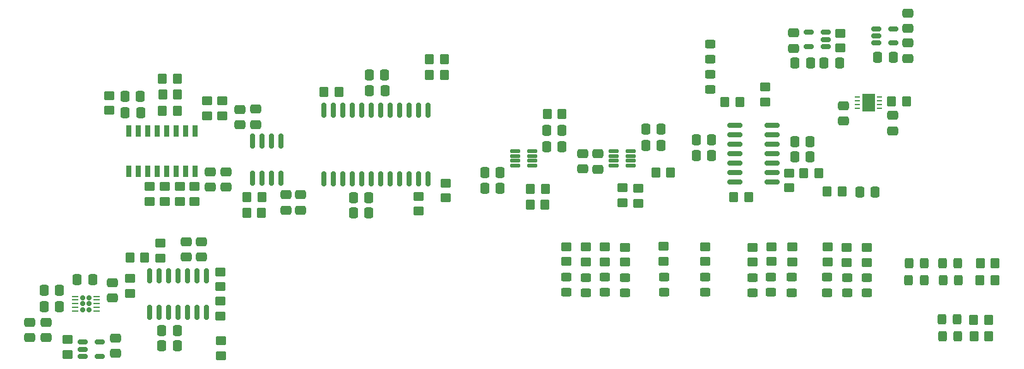
<source format=gtp>
G04 #@! TF.GenerationSoftware,KiCad,Pcbnew,8.0.6*
G04 #@! TF.CreationDate,2025-06-21T10:27:38-07:00*
G04 #@! TF.ProjectId,complete_EPG,636f6d70-6c65-4746-955f-4550472e6b69,rev?*
G04 #@! TF.SameCoordinates,Original*
G04 #@! TF.FileFunction,Paste,Top*
G04 #@! TF.FilePolarity,Positive*
%FSLAX46Y46*%
G04 Gerber Fmt 4.6, Leading zero omitted, Abs format (unit mm)*
G04 Created by KiCad (PCBNEW 8.0.6) date 2025-06-21 10:27:38*
%MOMM*%
%LPD*%
G01*
G04 APERTURE LIST*
G04 Aperture macros list*
%AMRoundRect*
0 Rectangle with rounded corners*
0 $1 Rounding radius*
0 $2 $3 $4 $5 $6 $7 $8 $9 X,Y pos of 4 corners*
0 Add a 4 corners polygon primitive as box body*
4,1,4,$2,$3,$4,$5,$6,$7,$8,$9,$2,$3,0*
0 Add four circle primitives for the rounded corners*
1,1,$1+$1,$2,$3*
1,1,$1+$1,$4,$5*
1,1,$1+$1,$6,$7*
1,1,$1+$1,$8,$9*
0 Add four rect primitives between the rounded corners*
20,1,$1+$1,$2,$3,$4,$5,0*
20,1,$1+$1,$4,$5,$6,$7,0*
20,1,$1+$1,$6,$7,$8,$9,0*
20,1,$1+$1,$8,$9,$2,$3,0*%
G04 Aperture macros list end*
%ADD10R,0.787400X0.254000*%
%ADD11R,1.752600X2.489200*%
%ADD12RoundRect,0.250000X-0.475000X0.337500X-0.475000X-0.337500X0.475000X-0.337500X0.475000X0.337500X0*%
%ADD13RoundRect,0.250000X0.450000X-0.350000X0.450000X0.350000X-0.450000X0.350000X-0.450000X-0.350000X0*%
%ADD14RoundRect,0.250000X0.337500X0.475000X-0.337500X0.475000X-0.337500X-0.475000X0.337500X-0.475000X0*%
%ADD15RoundRect,0.250000X0.475000X-0.337500X0.475000X0.337500X-0.475000X0.337500X-0.475000X-0.337500X0*%
%ADD16RoundRect,0.125000X-0.537500X-0.125000X0.537500X-0.125000X0.537500X0.125000X-0.537500X0.125000X0*%
%ADD17RoundRect,0.250000X-0.450000X0.325000X-0.450000X-0.325000X0.450000X-0.325000X0.450000X0.325000X0*%
%ADD18RoundRect,0.250000X0.325000X0.450000X-0.325000X0.450000X-0.325000X-0.450000X0.325000X-0.450000X0*%
%ADD19RoundRect,0.250000X-0.350000X-0.450000X0.350000X-0.450000X0.350000X0.450000X-0.350000X0.450000X0*%
%ADD20RoundRect,0.250000X0.350000X0.450000X-0.350000X0.450000X-0.350000X-0.450000X0.350000X-0.450000X0*%
%ADD21RoundRect,0.250000X-0.450000X0.350000X-0.450000X-0.350000X0.450000X-0.350000X0.450000X0.350000X0*%
%ADD22RoundRect,0.150000X0.150000X-0.825000X0.150000X0.825000X-0.150000X0.825000X-0.150000X-0.825000X0*%
%ADD23RoundRect,0.062500X-0.365000X-0.062500X0.365000X-0.062500X0.365000X0.062500X-0.365000X0.062500X0*%
%ADD24RoundRect,0.160000X-0.170000X-0.160000X0.170000X-0.160000X0.170000X0.160000X-0.170000X0.160000X0*%
%ADD25RoundRect,0.150000X-0.825000X-0.150000X0.825000X-0.150000X0.825000X0.150000X-0.825000X0.150000X0*%
%ADD26RoundRect,0.150000X-0.512500X-0.150000X0.512500X-0.150000X0.512500X0.150000X-0.512500X0.150000X0*%
%ADD27RoundRect,0.250000X-0.337500X-0.475000X0.337500X-0.475000X0.337500X0.475000X-0.337500X0.475000X0*%
%ADD28RoundRect,0.250000X-0.325000X-0.450000X0.325000X-0.450000X0.325000X0.450000X-0.325000X0.450000X0*%
%ADD29R,0.700000X1.525000*%
%ADD30RoundRect,0.150000X0.512500X0.150000X-0.512500X0.150000X-0.512500X-0.150000X0.512500X-0.150000X0*%
%ADD31RoundRect,0.150000X0.150000X-0.875000X0.150000X0.875000X-0.150000X0.875000X-0.150000X-0.875000X0*%
G04 APERTURE END LIST*
D10*
X132291600Y-40247001D03*
X132291600Y-39747000D03*
X132291600Y-39247000D03*
X132291600Y-38746999D03*
X129370600Y-38746999D03*
X129370600Y-39247000D03*
X129370600Y-39747000D03*
X129370600Y-40247001D03*
D11*
X130831100Y-39497000D03*
D12*
X46553000Y-40394500D03*
X46553000Y-42469500D03*
X44648000Y-48797000D03*
X44648000Y-50872000D03*
D13*
X95428000Y-60889500D03*
X95428000Y-58889500D03*
D14*
X131745500Y-51507000D03*
X129670500Y-51507000D03*
D15*
X127458000Y-41964500D03*
X127458000Y-39889500D03*
D13*
X42158000Y-41237000D03*
X42158000Y-39237000D03*
X117847286Y-60869500D03*
X117847286Y-58869500D03*
D16*
X98925500Y-46008000D03*
X98925500Y-46658000D03*
X98925500Y-47308000D03*
X98925500Y-47958000D03*
X96650500Y-47958000D03*
X96650500Y-47308000D03*
X96650500Y-46658000D03*
X96650500Y-46008000D03*
D14*
X33225500Y-40887000D03*
X31150500Y-40887000D03*
D12*
X20578000Y-69019500D03*
X20578000Y-71094500D03*
D17*
X95428000Y-62967000D03*
X95428000Y-65017000D03*
D13*
X92918000Y-60918250D03*
X92918000Y-58918250D03*
D12*
X42528000Y-48797000D03*
X42528000Y-50872000D03*
D18*
X138348000Y-61127000D03*
X136298000Y-61127000D03*
D19*
X71928000Y-35777000D03*
X73928000Y-35777000D03*
D20*
X114778000Y-52197000D03*
X112778000Y-52197000D03*
D21*
X116998000Y-37387000D03*
X116998000Y-39387000D03*
D19*
X87728000Y-40982000D03*
X89728000Y-40982000D03*
D15*
X134068000Y-43274500D03*
X134068000Y-41199500D03*
D21*
X127070500Y-30147000D03*
X127070500Y-32147000D03*
D22*
X48238000Y-49638000D03*
X49508000Y-49638000D03*
X50778000Y-49638000D03*
X52048000Y-49638000D03*
X52048000Y-44688000D03*
X50778000Y-44688000D03*
X49508000Y-44688000D03*
X48238000Y-44688000D03*
D12*
X29453000Y-63694500D03*
X29453000Y-65769500D03*
X18353000Y-69019500D03*
X18353000Y-71094500D03*
D20*
X38148000Y-36237000D03*
X36148000Y-36237000D03*
D15*
X29848000Y-73204500D03*
X29848000Y-71129500D03*
D12*
X52738000Y-51869500D03*
X52738000Y-53944500D03*
D21*
X97798000Y-50947000D03*
X97798000Y-52947000D03*
D23*
X27325500Y-65532000D03*
X27325500Y-66032000D03*
X27325500Y-66532000D03*
X27325500Y-67032000D03*
X27325500Y-67532000D03*
X24430500Y-67532000D03*
X24430500Y-67032000D03*
X24430500Y-66532000D03*
X24430500Y-66032000D03*
X24430500Y-65532000D03*
D24*
X26288000Y-67322000D03*
X26288000Y-66532000D03*
X26288000Y-65742000D03*
X25468000Y-67322000D03*
X25468000Y-66532000D03*
X25468000Y-65742000D03*
D25*
X112913000Y-42557000D03*
X112913000Y-43827000D03*
X112913000Y-45097000D03*
X112913000Y-46367000D03*
X112913000Y-47637000D03*
X112913000Y-48907000D03*
X112913000Y-50177000D03*
X117863000Y-50177000D03*
X117863000Y-48907000D03*
X117863000Y-47637000D03*
X117863000Y-46367000D03*
X117863000Y-45097000D03*
X117863000Y-43827000D03*
X117863000Y-42557000D03*
D19*
X47488000Y-52177000D03*
X49488000Y-52177000D03*
D17*
X117758000Y-62947000D03*
X117758000Y-64997000D03*
D21*
X34453000Y-50782000D03*
X34453000Y-52782000D03*
D26*
X134138000Y-29587000D03*
X134138000Y-31487000D03*
X131863000Y-31487000D03*
X131863000Y-30537000D03*
X131863000Y-29587000D03*
D27*
X107720500Y-46647000D03*
X109795500Y-46647000D03*
D17*
X108893000Y-62945750D03*
X108893000Y-64995750D03*
D21*
X40453000Y-50782000D03*
X40453000Y-52782000D03*
D28*
X140823000Y-63407000D03*
X142873000Y-63407000D03*
D27*
X63870500Y-35737000D03*
X65945500Y-35737000D03*
D28*
X142825500Y-70865000D03*
X140775500Y-70865000D03*
D21*
X38453000Y-50782000D03*
X38453000Y-52782000D03*
D29*
X40533000Y-43305000D03*
X39263000Y-43305000D03*
X37993000Y-43305000D03*
X36723000Y-43305000D03*
X35453000Y-43305000D03*
X34183000Y-43305000D03*
X32913000Y-43305000D03*
X31643000Y-43305000D03*
X31643000Y-48729000D03*
X32913000Y-48729000D03*
X34183000Y-48729000D03*
X35453000Y-48729000D03*
X36723000Y-48729000D03*
X37993000Y-48729000D03*
X39263000Y-48729000D03*
X40533000Y-48729000D03*
D17*
X115240857Y-63019321D03*
X115240857Y-65069321D03*
D20*
X49438000Y-54277000D03*
X47438000Y-54277000D03*
D17*
X109578000Y-31602000D03*
X109578000Y-33652000D03*
D20*
X38158000Y-40617000D03*
X36158000Y-40617000D03*
D27*
X120950500Y-44777000D03*
X123025500Y-44777000D03*
D13*
X130598000Y-60967000D03*
X130598000Y-58967000D03*
D14*
X33165500Y-38687000D03*
X31090500Y-38687000D03*
D28*
X136223000Y-63367000D03*
X138273000Y-63367000D03*
D27*
X120968000Y-34142000D03*
X123043000Y-34142000D03*
D14*
X81455500Y-51002000D03*
X79380500Y-51002000D03*
D19*
X133938000Y-39327000D03*
X135938000Y-39327000D03*
D13*
X43968000Y-73527000D03*
X43968000Y-71527000D03*
X90338000Y-60848250D03*
X90338000Y-58848250D03*
D21*
X70458000Y-52077000D03*
X70458000Y-54077000D03*
D13*
X120163000Y-50937000D03*
X120163000Y-48937000D03*
D27*
X36060500Y-70152000D03*
X38135500Y-70152000D03*
D19*
X144958000Y-70865000D03*
X146958000Y-70865000D03*
D15*
X41328000Y-60269500D03*
X41328000Y-58194500D03*
D30*
X125063000Y-31947000D03*
X125063000Y-30997000D03*
X125063000Y-30047000D03*
X122788000Y-30047000D03*
X122788000Y-31947000D03*
D21*
X99928000Y-51032000D03*
X99928000Y-53032000D03*
D14*
X132060500Y-33417000D03*
X134135500Y-33417000D03*
D19*
X144932000Y-68725000D03*
X146932000Y-68725000D03*
D21*
X35830500Y-58404500D03*
X35830500Y-60404500D03*
D13*
X29018000Y-40547000D03*
X29018000Y-38547000D03*
D12*
X48623000Y-40369500D03*
X48623000Y-42444500D03*
D15*
X136108000Y-31479500D03*
X136108000Y-33554500D03*
D14*
X89735500Y-45423000D03*
X87660500Y-45423000D03*
X63840500Y-52282000D03*
X61765500Y-52282000D03*
D18*
X142800500Y-61087000D03*
X140750500Y-61087000D03*
D19*
X57788000Y-38097000D03*
X59788000Y-38097000D03*
X31780500Y-60344500D03*
X33780500Y-60344500D03*
D13*
X31803000Y-65132000D03*
X31803000Y-63132000D03*
D19*
X147808000Y-61087000D03*
X145808000Y-61087000D03*
D27*
X63890500Y-37857000D03*
X65965500Y-37857000D03*
D19*
X147768000Y-63367000D03*
X145768000Y-63367000D03*
D15*
X92503000Y-48419500D03*
X92503000Y-46344500D03*
D22*
X34438000Y-67729500D03*
X35708000Y-67729500D03*
X36978000Y-67729500D03*
X38248000Y-67729500D03*
X39518000Y-67729500D03*
X40788000Y-67729500D03*
X42058000Y-67729500D03*
X42058000Y-62779500D03*
X40788000Y-62779500D03*
X39518000Y-62779500D03*
X38248000Y-62779500D03*
X36978000Y-62779500D03*
X35708000Y-62779500D03*
X34438000Y-62779500D03*
D20*
X127268000Y-51427000D03*
X125268000Y-51427000D03*
X87453000Y-53182000D03*
X85453000Y-53182000D03*
D17*
X103398000Y-62934500D03*
X103398000Y-64984500D03*
D15*
X120795500Y-32214500D03*
X120795500Y-30139500D03*
D17*
X120508000Y-62977000D03*
X120508000Y-65027000D03*
D14*
X22328000Y-64732000D03*
X20253000Y-64732000D03*
D13*
X120579429Y-60899500D03*
X120579429Y-58899500D03*
X23448000Y-73357000D03*
X23448000Y-71357000D03*
D21*
X43900500Y-66194500D03*
X43900500Y-68194500D03*
D17*
X127942285Y-63041285D03*
X127942285Y-65091285D03*
D19*
X71928000Y-33617000D03*
X73928000Y-33617000D03*
X36188000Y-38367000D03*
X38188000Y-38367000D03*
D14*
X63810500Y-54332000D03*
X61735500Y-54332000D03*
D27*
X36040500Y-72207000D03*
X38115500Y-72207000D03*
D13*
X115248000Y-60941821D03*
X115248000Y-58941821D03*
D14*
X22353000Y-66932000D03*
X20278000Y-66932000D03*
D26*
X25445500Y-71707000D03*
X25445500Y-72657000D03*
X25445500Y-73607000D03*
X27720500Y-73607000D03*
X27720500Y-71707000D03*
D17*
X92918000Y-62995750D03*
X92918000Y-65045750D03*
D14*
X26778000Y-63282000D03*
X24703000Y-63282000D03*
X103015500Y-45243000D03*
X100940500Y-45243000D03*
D13*
X108893000Y-60868250D03*
X108893000Y-58868250D03*
D18*
X140653000Y-68645000D03*
X142703000Y-68645000D03*
D13*
X98218000Y-60927750D03*
X98218000Y-58927750D03*
D21*
X74148000Y-50297000D03*
X74148000Y-52297000D03*
D20*
X87478000Y-51082000D03*
X85478000Y-51082000D03*
D15*
X39328000Y-60269500D03*
X39328000Y-58194500D03*
D19*
X102298000Y-48907000D03*
X104298000Y-48907000D03*
X122168000Y-48997000D03*
X124168000Y-48997000D03*
D15*
X94523000Y-48439500D03*
X94523000Y-46364500D03*
D27*
X107720500Y-44507000D03*
X109795500Y-44507000D03*
D21*
X36453000Y-50782000D03*
X36453000Y-52782000D03*
D16*
X85745500Y-46023000D03*
X85745500Y-46673000D03*
X85745500Y-47323000D03*
X85745500Y-47973000D03*
X83470500Y-47973000D03*
X83470500Y-47323000D03*
X83470500Y-46673000D03*
X83470500Y-46023000D03*
D13*
X127878000Y-60963785D03*
X127878000Y-58963785D03*
D17*
X125308000Y-62984500D03*
X125308000Y-65034500D03*
X130580143Y-63044500D03*
X130580143Y-65094500D03*
D20*
X113588000Y-39407000D03*
X111588000Y-39407000D03*
D31*
X57793000Y-49782000D03*
X59063000Y-49782000D03*
X60333000Y-49782000D03*
X61603000Y-49782000D03*
X62873000Y-49782000D03*
X64143000Y-49782000D03*
X65413000Y-49782000D03*
X66683000Y-49782000D03*
X67953000Y-49782000D03*
X69223000Y-49782000D03*
X70493000Y-49782000D03*
X71763000Y-49782000D03*
X71763000Y-40482000D03*
X70493000Y-40482000D03*
X69223000Y-40482000D03*
X67953000Y-40482000D03*
X66683000Y-40482000D03*
X65413000Y-40482000D03*
X64143000Y-40482000D03*
X62873000Y-40482000D03*
X61603000Y-40482000D03*
X60333000Y-40482000D03*
X59063000Y-40482000D03*
X57793000Y-40482000D03*
D12*
X136128000Y-29524500D03*
X136128000Y-27449500D03*
D13*
X44158000Y-41237000D03*
X44158000Y-39237000D03*
X43890500Y-64254500D03*
X43890500Y-62254500D03*
D17*
X109598000Y-37724500D03*
X109598000Y-35674500D03*
D14*
X81415500Y-48882000D03*
X79340500Y-48882000D03*
X126933000Y-34142000D03*
X124858000Y-34142000D03*
D27*
X120950500Y-46777000D03*
X123025500Y-46777000D03*
D13*
X125336572Y-60907000D03*
X125336572Y-58907000D03*
D14*
X89735500Y-43193000D03*
X87660500Y-43193000D03*
D13*
X103383000Y-60833000D03*
X103383000Y-58833000D03*
D17*
X98218000Y-63005250D03*
X98218000Y-65055250D03*
D14*
X103015500Y-43013000D03*
X100940500Y-43013000D03*
D17*
X90338000Y-62925750D03*
X90338000Y-64975750D03*
D12*
X54698000Y-51859500D03*
X54698000Y-53934500D03*
M02*

</source>
